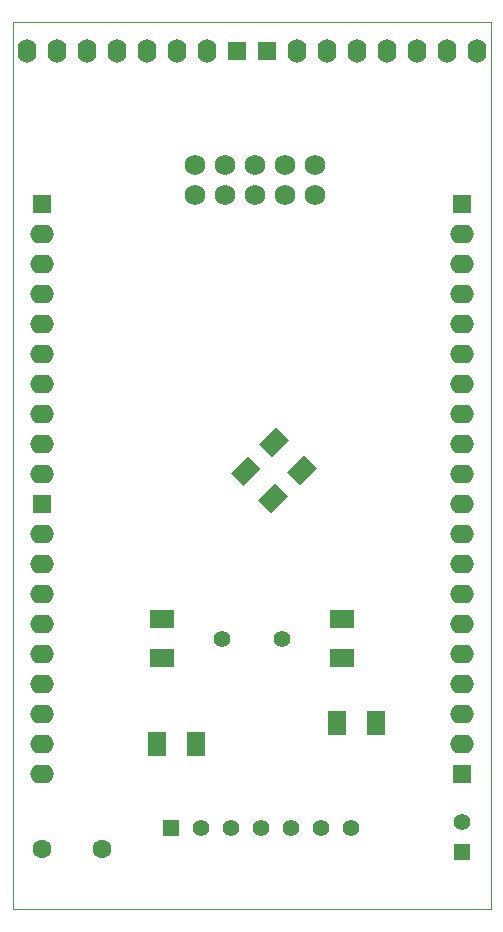
<source format=gbr>
G04 #@! TF.FileFunction,Soldermask,Bot*
%FSLAX46Y46*%
G04 Gerber Fmt 4.6, Leading zero omitted, Abs format (unit mm)*
G04 Created by KiCad (PCBNEW (2015-01-16 BZR 5376)-product) date 7/10/2015 8:52:56 AM*
%MOMM*%
G01*
G04 APERTURE LIST*
%ADD10C,0.150000*%
%ADD11C,0.100000*%
%ADD12C,1.750000*%
%ADD13C,1.600000*%
%ADD14R,2.032000X1.524000*%
%ADD15R,1.524000X2.032000*%
%ADD16R,1.600000X1.600000*%
%ADD17O,1.600000X2.000000*%
%ADD18O,2.000000X1.600000*%
%ADD19C,1.422400*%
%ADD20R,1.397000X1.397000*%
%ADD21C,1.397000*%
G04 APERTURE END LIST*
D10*
D11*
X57718000Y-36934000D02*
X57818000Y-36934000D01*
X57718000Y-112034000D02*
X57718000Y-36934000D01*
X98218000Y-112034000D02*
X57718000Y-112034000D01*
X98218000Y-39434000D02*
X98218000Y-112034000D01*
X98218000Y-36934000D02*
X97718000Y-36934000D01*
X98218000Y-39434000D02*
X98218000Y-36934000D01*
X97718000Y-36934000D02*
X57718000Y-36934000D01*
D12*
X83312000Y-49022000D03*
X83312000Y-51562000D03*
X80772000Y-49022000D03*
X80772000Y-51562000D03*
X78232000Y-49022000D03*
X78232000Y-51562000D03*
X75692000Y-49022000D03*
X75692000Y-51562000D03*
X73152000Y-49022000D03*
X73152000Y-51562000D03*
D13*
X60198000Y-106934000D03*
X65278000Y-106934000D03*
D14*
X70358000Y-87503000D03*
X70358000Y-90805000D03*
D15*
X85217000Y-96266000D03*
X88519000Y-96266000D03*
D10*
G36*
X83450669Y-74647828D02*
X82013828Y-76084669D01*
X80936197Y-75007038D01*
X82373038Y-73570197D01*
X83450669Y-74647828D01*
X83450669Y-74647828D01*
G37*
G36*
X81115803Y-72312962D02*
X79678962Y-73749803D01*
X78601331Y-72672172D01*
X80038172Y-71235331D01*
X81115803Y-72312962D01*
X81115803Y-72312962D01*
G37*
G36*
X81037669Y-77060828D02*
X79600828Y-78497669D01*
X78523197Y-77420038D01*
X79960038Y-75983197D01*
X81037669Y-77060828D01*
X81037669Y-77060828D01*
G37*
G36*
X78702803Y-74725962D02*
X77265962Y-76162803D01*
X76188331Y-75085172D01*
X77625172Y-73648331D01*
X78702803Y-74725962D01*
X78702803Y-74725962D01*
G37*
D15*
X69977000Y-98044000D03*
X73279000Y-98044000D03*
D14*
X85598000Y-87503000D03*
X85598000Y-90805000D03*
D16*
X76708000Y-39370000D03*
D17*
X74168000Y-39370000D03*
X71628000Y-39370000D03*
X69088000Y-39370000D03*
X66548000Y-39370000D03*
X64008000Y-39370000D03*
X61468000Y-39370000D03*
X58928000Y-39370000D03*
D16*
X79248000Y-39370000D03*
D17*
X81788000Y-39370000D03*
X84328000Y-39370000D03*
X86868000Y-39370000D03*
X89408000Y-39370000D03*
X91948000Y-39370000D03*
X94488000Y-39370000D03*
X97028000Y-39370000D03*
D16*
X60198000Y-77724000D03*
D18*
X60198000Y-80264000D03*
X60198000Y-82804000D03*
X60198000Y-85344000D03*
X60198000Y-87884000D03*
X60198000Y-90424000D03*
X60198000Y-92964000D03*
X60198000Y-95504000D03*
X60198000Y-98044000D03*
X60198000Y-100584000D03*
D16*
X60198000Y-52324000D03*
D18*
X60198000Y-54864000D03*
X60198000Y-57404000D03*
X60198000Y-59944000D03*
X60198000Y-62484000D03*
X60198000Y-65024000D03*
X60198000Y-67564000D03*
X60198000Y-70104000D03*
X60198000Y-72644000D03*
X60198000Y-75184000D03*
D16*
X95758000Y-100584000D03*
D18*
X95758000Y-98044000D03*
X95758000Y-95504000D03*
X95758000Y-92964000D03*
X95758000Y-90424000D03*
X95758000Y-87884000D03*
X95758000Y-85344000D03*
X95758000Y-82804000D03*
X95758000Y-80264000D03*
X95758000Y-77724000D03*
D16*
X95758000Y-52324000D03*
D18*
X95758000Y-54864000D03*
X95758000Y-57404000D03*
X95758000Y-59944000D03*
X95758000Y-62484000D03*
X95758000Y-65024000D03*
X95758000Y-67564000D03*
X95758000Y-70104000D03*
X95758000Y-72644000D03*
X95758000Y-75184000D03*
D19*
X75438000Y-89154000D03*
X80518000Y-89154000D03*
D20*
X71120000Y-105156000D03*
D21*
X73660000Y-105156000D03*
X76200000Y-105156000D03*
X78740000Y-105156000D03*
X81280000Y-105156000D03*
X83820000Y-105156000D03*
X86360000Y-105156000D03*
D20*
X95758000Y-107188000D03*
D21*
X95758000Y-104648000D03*
M02*

</source>
